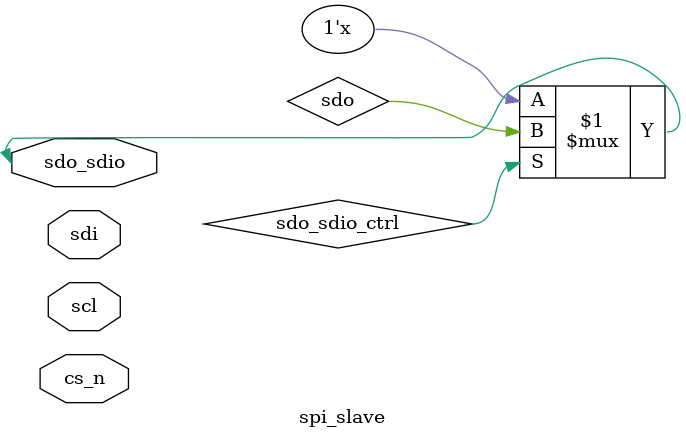
<source format=sv>

`default_nettype  none

module spi_slave
	(
	// SPI ports
	input  logic                  scl,      // serial clock
	input  logic                  cs_n,     // chip select, active low
	input  logic                  sdi,      // serial data in
	inout  tri                    sdo_sdio  // Serial data out or serial data in/out
	);

	logic sdo_sdio_ctrl; // sdo_sdio_ctrl = 1 : SDIO, sdo_sdio_ctrl = 0 : SDO
	logic sdo;           // value to output on the sdo_sdio line

	assign sdo_sdio = (sdo_sdio_ctrl) ? sdo : 1'bz;
	
endmodule

</source>
